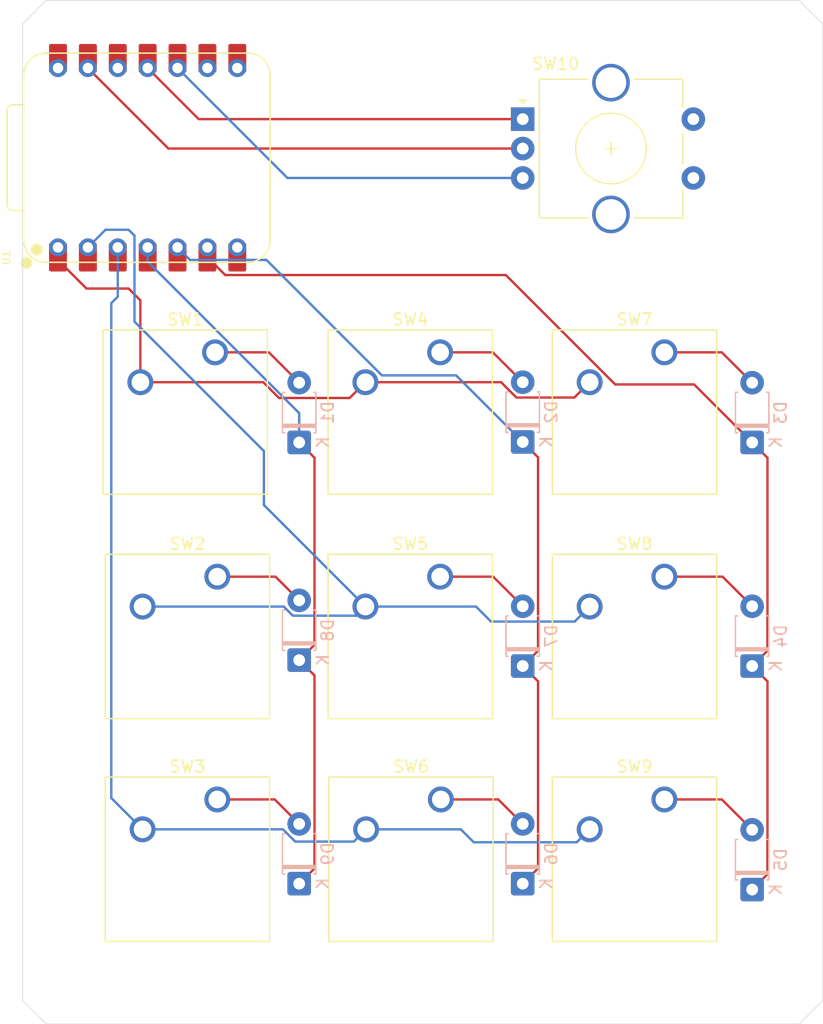
<source format=kicad_pcb>
(kicad_pcb (version 20241229) (generator "pcbnew") (generator_version "9.0")
  (layers (0 "F.Cu" signal) (2 "B.Cu" signal) (13 "F.Paste" user) (15 "B.Paste" user) (5 "F.SilkS" user "F.Silkscreen") (7 "B.SilkS" user "B.Silkscreen") (1 "F.Mask" user) (3 "B.Mask" user) (25 "Edge.Cuts" user))
  (net 0 "")
  (net 1 "Net-(D1-A)")
  (net 2 "row0")
  (net 3 "Net-(D2-A)")
  (net 4 "row1")
  (net 5 "Net-(D3-A)")
  (net 6 "row2")
  (net 7 "Net-(D4-A)")
  (net 8 "Net-(D5-A)")
  (net 9 "Net-(D6-A)")
  (net 10 "Net-(D7-A)")
  (net 11 "Net-(D8-A)")
  (net 12 "Net-(D9-A)")
  (net 13 "col0")
  (net 14 "col1")
  (net 15 "col2")
  (net 16 "Net-(U1-GPIO3{slash}MOSI)")
  (net 17 "Net-(U1-GPIO4{slash}MISO)")
  (net 18 "GND")
  (footprint "Button_Switch_Keyboard:SW_Cherry_MX_1.00u_PCB" (layer "F.Cu") (at 122.04 106.42)
    (property "Reference" "SW6" (at -2.54 -2.794 0) (layer "F.SilkS"))
    (property "Value" "SW_Push")
    (fp_line (start -9.525 -1.905) (end 4.445 -1.905) (stroke (width 0.12)) (layer "F.SilkS"))
    (fp_line (start -9.525 12.065) (end -9.525 -1.905) (stroke (width 0.12)) (layer "F.SilkS"))
    (fp_line (start 4.445 -1.905) (end 4.445 12.065) (stroke (width 0.12)) (layer "F.SilkS"))
    (fp_line (start 4.445 12.065) (end -9.525 12.065) (stroke (width 0.12)) (layer "F.SilkS"))
    (pad "" np_thru_hole circle (at -7.62 5.08) (size 1.7 1.7) (drill 1.7) (layers "*.Cu" "*.Mask"))
    (pad "" np_thru_hole circle (at -2.54 5.08) (size 4 4) (drill 4) (layers "*.Cu" "*.Mask"))
    (pad "" np_thru_hole circle (at 2.54 5.08) (size 1.7 1.7) (drill 1.7) (layers "*.Cu" "*.Mask"))
    (pad "1" thru_hole circle (at 0 0) (size 2.2 2.2) (drill 1.5) (layers "*.Cu" "*.Mask") (net 9 "Net-(D6-A)"))
    (pad "2" thru_hole circle (at -6.35 2.54) (size 2.2 2.2) (drill 1.5) (layers "*.Cu" "*.Mask") (net 15 "col2"))
  )
  (footprint "Button_Switch_Keyboard:SW_Cherry_MX_1.00u_PCB" (layer "F.Cu") (at 121.978629 87.486693)
    (property "Reference" "SW5" (at -2.54 -2.794 0) (layer "F.SilkS"))
    (property "Value" "SW_Push")
    (fp_line (start -9.525 -1.905) (end 4.445 -1.905) (stroke (width 0.12)) (layer "F.SilkS"))
    (fp_line (start -9.525 12.065) (end -9.525 -1.905) (stroke (width 0.12)) (layer "F.SilkS"))
    (fp_line (start 4.445 -1.905) (end 4.445 12.065) (stroke (width 0.12)) (layer "F.SilkS"))
    (fp_line (start 4.445 12.065) (end -9.525 12.065) (stroke (width 0.12)) (layer "F.SilkS"))
    (pad "" np_thru_hole circle (at -7.62 5.08) (size 1.7 1.7) (drill 1.7) (layers "*.Cu" "*.Mask"))
    (pad "" np_thru_hole circle (at -2.54 5.08) (size 4 4) (drill 4) (layers "*.Cu" "*.Mask"))
    (pad "" np_thru_hole circle (at 2.54 5.08) (size 1.7 1.7) (drill 1.7) (layers "*.Cu" "*.Mask"))
    (pad "1" thru_hole circle (at 0 0) (size 2.2 2.2) (drill 1.5) (layers "*.Cu" "*.Mask") (net 10 "Net-(D7-A)"))
    (pad "2" thru_hole circle (at -6.35 2.54) (size 2.2 2.2) (drill 1.5) (layers "*.Cu" "*.Mask") (net 14 "col1"))
  )
  (footprint "Button_Switch_Keyboard:SW_Cherry_MX_1.00u_PCB" (layer "F.Cu") (at 141.04 106.42)
    (property "Reference" "SW9" (at -2.54 -2.794 0) (layer "F.SilkS"))
    (property "Value" "SW_Push")
    (fp_line (start -9.525 -1.905) (end 4.445 -1.905) (stroke (width 0.12)) (layer "F.SilkS"))
    (fp_line (start -9.525 12.065) (end -9.525 -1.905) (stroke (width 0.12)) (layer "F.SilkS"))
    (fp_line (start 4.445 -1.905) (end 4.445 12.065) (stroke (width 0.12)) (layer "F.SilkS"))
    (fp_line (start 4.445 12.065) (end -9.525 12.065) (stroke (width 0.12)) (layer "F.SilkS"))
    (pad "" np_thru_hole circle (at -7.62 5.08) (size 1.7 1.7) (drill 1.7) (layers "*.Cu" "*.Mask"))
    (pad "" np_thru_hole circle (at -2.54 5.08) (size 4 4) (drill 4) (layers "*.Cu" "*.Mask"))
    (pad "" np_thru_hole circle (at 2.54 5.08) (size 1.7 1.7) (drill 1.7) (layers "*.Cu" "*.Mask"))
    (pad "1" thru_hole circle (at 0 0) (size 2.2 2.2) (drill 1.5) (layers "*.Cu" "*.Mask") (net 8 "Net-(D5-A)"))
    (pad "2" thru_hole circle (at -6.35 2.54) (size 2.2 2.2) (drill 1.5) (layers "*.Cu" "*.Mask") (net 15 "col2"))
  )
  (footprint "Button_Switch_Keyboard:SW_Cherry_MX_1.00u_PCB" (layer "F.Cu") (at 121.978629 68.42)
    (property "Reference" "SW4" (at -2.54 -2.794 0) (layer "F.SilkS"))
    (property "Value" "SW_Push")
    (fp_line (start -9.525 -1.905) (end 4.445 -1.905) (stroke (width 0.12)) (layer "F.SilkS"))
    (fp_line (start -9.525 12.065) (end -9.525 -1.905) (stroke (width 0.12)) (layer "F.SilkS"))
    (fp_line (start 4.445 -1.905) (end 4.445 12.065) (stroke (width 0.12)) (layer "F.SilkS"))
    (fp_line (start 4.445 12.065) (end -9.525 12.065) (stroke (width 0.12)) (layer "F.SilkS"))
    (pad "" np_thru_hole circle (at -7.62 5.08) (size 1.7 1.7) (drill 1.7) (layers "*.Cu" "*.Mask"))
    (pad "" np_thru_hole circle (at -2.54 5.08) (size 4 4) (drill 4) (layers "*.Cu" "*.Mask"))
    (pad "" np_thru_hole circle (at 2.54 5.08) (size 1.7 1.7) (drill 1.7) (layers "*.Cu" "*.Mask"))
    (pad "1" thru_hole circle (at 0 0) (size 2.2 2.2) (drill 1.5) (layers "*.Cu" "*.Mask") (net 3 "Net-(D2-A)"))
    (pad "2" thru_hole circle (at -6.35 2.54) (size 2.2 2.2) (drill 1.5) (layers "*.Cu" "*.Mask") (net 13 "col0"))
  )
  (footprint "Button_Switch_Keyboard:SW_Cherry_MX_1.00u_PCB" (layer "F.Cu") (at 102.85 68.42)
    (property "Reference" "SW1" (at -2.54 -2.794 0) (layer "F.SilkS"))
    (property "Value" "SW_Push")
    (fp_line (start -9.525 -1.905) (end 4.445 -1.905) (stroke (width 0.12)) (layer "F.SilkS"))
    (fp_line (start -9.525 12.065) (end -9.525 -1.905) (stroke (width 0.12)) (layer "F.SilkS"))
    (fp_line (start 4.445 -1.905) (end 4.445 12.065) (stroke (width 0.12)) (layer "F.SilkS"))
    (fp_line (start 4.445 12.065) (end -9.525 12.065) (stroke (width 0.12)) (layer "F.SilkS"))
    (pad "" np_thru_hole circle (at -7.62 5.08) (size 1.7 1.7) (drill 1.7) (layers "*.Cu" "*.Mask"))
    (pad "" np_thru_hole circle (at -2.54 5.08) (size 4 4) (drill 4) (layers "*.Cu" "*.Mask"))
    (pad "" np_thru_hole circle (at 2.54 5.08) (size 1.7 1.7) (drill 1.7) (layers "*.Cu" "*.Mask"))
    (pad "1" thru_hole circle (at 0 0) (size 2.2 2.2) (drill 1.5) (layers "*.Cu" "*.Mask") (net 1 "Net-(D1-A)"))
    (pad "2" thru_hole circle (at -6.35 2.54) (size 2.2 2.2) (drill 1.5) (layers "*.Cu" "*.Mask") (net 13 "col0"))
  )
  (footprint "Rotary_Encoder:RotaryEncoder_Alps_EC11E-Switch_Vertical_H20mm_CircularMountingHoles" (layer "F.Cu") (at 129 48.6)
    (property "Reference" "SW10" (at 2.8 -4.7 0) (layer "F.SilkS"))
    (property "Value" "RotaryEncoder_Switch")
    (fp_line (start -0.3 -1.6) (end 0.3 -1.6) (stroke (width 0.12)) (layer "F.SilkS"))
    (fp_line (start 0 -1.3) (end -0.3 -1.6) (stroke (width 0.12)) (layer "F.SilkS"))
    (fp_line (start 0.3 -1.6) (end 0 -1.3) (stroke (width 0.12)) (layer "F.SilkS"))
    (fp_line (start 1.4 -3.4) (end 1.4 8.4) (stroke (width 0.12)) (layer "F.SilkS"))
    (fp_line (start 5.5 -3.4) (end 1.4 -3.4) (stroke (width 0.12)) (layer "F.SilkS"))
    (fp_line (start 5.5 8.4) (end 1.4 8.4) (stroke (width 0.12)) (layer "F.SilkS"))
    (fp_line (start 7 2.5) (end 8 2.5) (stroke (width 0.12)) (layer "F.SilkS"))
    (fp_line (start 7.5 2) (end 7.5 3) (stroke (width 0.12)) (layer "F.SilkS"))
    (fp_line (start 9.5 -3.4) (end 13.6 -3.4) (stroke (width 0.12)) (layer "F.SilkS"))
    (fp_line (start 13.6 -3.4) (end 13.6 -1) (stroke (width 0.12)) (layer "F.SilkS"))
    (fp_line (start 13.6 1.2) (end 13.6 3.8) (stroke (width 0.12)) (layer "F.SilkS"))
    (fp_line (start 13.6 6) (end 13.6 8.4) (stroke (width 0.12)) (layer "F.SilkS"))
    (fp_line (start 13.6 8.4) (end 9.5 8.4) (stroke (width 0.12)) (layer "F.SilkS"))
    (fp_circle (center 7.5 2.5) (end 10.5 2.5) (stroke (width 0.12)) (fill no) (layer "F.SilkS"))
    (pad "A" thru_hole rect (at 0 0) (size 2 2) (drill 1) (layers "*.Cu" "*.Mask") (net 16 "Net-(U1-GPIO3{slash}MOSI)"))
    (pad "B" thru_hole circle (at 0 5) (size 2 2) (drill 1) (layers "*.Cu" "*.Mask") (net 17 "Net-(U1-GPIO4{slash}MISO)"))
    (pad "C" thru_hole circle (at 0 2.5) (size 2 2) (drill 1) (layers "*.Cu" "*.Mask") (net 18 "GND"))
    (pad "MP" thru_hole circle (at 7.5 -3.1) (size 3.2 3.2) (drill 2.6) (layers "*.Cu" "*.Mask"))
    (pad "MP" thru_hole circle (at 7.5 8.1) (size 3.2 3.2) (drill 2.6) (layers "*.Cu" "*.Mask"))
    (pad "S1" thru_hole circle (at 14.5 5) (size 2 2) (drill 1) (layers "*.Cu" "*.Mask"))
    (pad "S2" thru_hole circle (at 14.5 0) (size 2 2) (drill 1) (layers "*.Cu" "*.Mask"))
  )
  (footprint "Button_Switch_Keyboard:SW_Cherry_MX_1.00u_PCB" (layer "F.Cu") (at 141.04 68.42)
    (property "Reference" "SW7" (at -2.54 -2.794 0) (layer "F.SilkS"))
    (property "Value" "SW_Push")
    (fp_line (start -9.525 -1.905) (end 4.445 -1.905) (stroke (width 0.12)) (layer "F.SilkS"))
    (fp_line (start -9.525 12.065) (end -9.525 -1.905) (stroke (width 0.12)) (layer "F.SilkS"))
    (fp_line (start 4.445 -1.905) (end 4.445 12.065) (stroke (width 0.12)) (layer "F.SilkS"))
    (fp_line (start 4.445 12.065) (end -9.525 12.065) (stroke (width 0.12)) (layer "F.SilkS"))
    (pad "" np_thru_hole circle (at -7.62 5.08) (size 1.7 1.7) (drill 1.7) (layers "*.Cu" "*.Mask"))
    (pad "" np_thru_hole circle (at -2.54 5.08) (size 4 4) (drill 4) (layers "*.Cu" "*.Mask"))
    (pad "" np_thru_hole circle (at 2.54 5.08) (size 1.7 1.7) (drill 1.7) (layers "*.Cu" "*.Mask"))
    (pad "1" thru_hole circle (at 0 0) (size 2.2 2.2) (drill 1.5) (layers "*.Cu" "*.Mask") (net 5 "Net-(D3-A)"))
    (pad "2" thru_hole circle (at -6.35 2.54) (size 2.2 2.2) (drill 1.5) (layers "*.Cu" "*.Mask") (net 13 "col0"))
  )
  (footprint "Button_Switch_Keyboard:SW_Cherry_MX_1.00u_PCB" (layer "F.Cu") (at 103.04 87.486693)
    (property "Reference" "SW2" (at -2.54 -2.794 0) (layer "F.SilkS"))
    (property "Value" "SW_Push")
    (fp_line (start -9.525 -1.905) (end 4.445 -1.905) (stroke (width 0.12)) (layer "F.SilkS"))
    (fp_line (start -9.525 12.065) (end -9.525 -1.905) (stroke (width 0.12)) (layer "F.SilkS"))
    (fp_line (start 4.445 -1.905) (end 4.445 12.065) (stroke (width 0.12)) (layer "F.SilkS"))
    (fp_line (start 4.445 12.065) (end -9.525 12.065) (stroke (width 0.12)) (layer "F.SilkS"))
    (pad "" np_thru_hole circle (at -7.62 5.08) (size 1.7 1.7) (drill 1.7) (layers "*.Cu" "*.Mask"))
    (pad "" np_thru_hole circle (at -2.54 5.08) (size 4 4) (drill 4) (layers "*.Cu" "*.Mask"))
    (pad "" np_thru_hole circle (at 2.54 5.08) (size 1.7 1.7) (drill 1.7) (layers "*.Cu" "*.Mask"))
    (pad "1" thru_hole circle (at 0 0) (size 2.2 2.2) (drill 1.5) (layers "*.Cu" "*.Mask") (net 11 "Net-(D8-A)"))
    (pad "2" thru_hole circle (at -6.35 2.54) (size 2.2 2.2) (drill 1.5) (layers "*.Cu" "*.Mask") (net 14 "col1"))
  )
  (footprint "Button_Switch_Keyboard:SW_Cherry_MX_1.00u_PCB" (layer "F.Cu") (at 103.04 106.42)
    (property "Reference" "SW3" (at -2.54 -2.794 0) (layer "F.SilkS"))
    (property "Value" "SW_Push")
    (fp_line (start -9.525 -1.905) (end 4.445 -1.905) (stroke (width 0.12)) (layer "F.SilkS"))
    (fp_line (start -9.525 12.065) (end -9.525 -1.905) (stroke (width 0.12)) (layer "F.SilkS"))
    (fp_line (start 4.445 -1.905) (end 4.445 12.065) (stroke (width 0.12)) (layer "F.SilkS"))
    (fp_line (start 4.445 12.065) (end -9.525 12.065) (stroke (width 0.12)) (layer "F.SilkS"))
    (pad "" np_thru_hole circle (at -7.62 5.08) (size 1.7 1.7) (drill 1.7) (layers "*.Cu" "*.Mask"))
    (pad "" np_thru_hole circle (at -2.54 5.08) (size 4 4) (drill 4) (layers "*.Cu" "*.Mask"))
    (pad "" np_thru_hole circle (at 2.54 5.08) (size 1.7 1.7) (drill 1.7) (layers "*.Cu" "*.Mask"))
    (pad "1" thru_hole circle (at 0 0) (size 2.2 2.2) (drill 1.5) (layers "*.Cu" "*.Mask") (net 12 "Net-(D9-A)"))
    (pad "2" thru_hole circle (at -6.35 2.54) (size 2.2 2.2) (drill 1.5) (layers "*.Cu" "*.Mask") (net 15 "col2"))
  )
  (footprint "Button_Switch_Keyboard:SW_Cherry_MX_1.00u_PCB" (layer "F.Cu") (at 141.04 87.486693)
    (property "Reference" "SW8" (at -2.54 -2.794 0) (layer "F.SilkS"))
    (property "Value" "SW_Push")
    (fp_line (start -9.525 -1.905) (end 4.445 -1.905) (stroke (width 0.12)) (layer "F.SilkS"))
    (fp_line (start -9.525 12.065) (end -9.525 -1.905) (stroke (width 0.12)) (layer "F.SilkS"))
    (fp_line (start 4.445 -1.905) (end 4.445 12.065) (stroke (width 0.12)) (layer "F.SilkS"))
    (fp_line (start 4.445 12.065) (end -9.525 12.065) (stroke (width 0.12)) (layer "F.SilkS"))
    (pad "" np_thru_hole circle (at -7.62 5.08) (size 1.7 1.7) (drill 1.7) (layers "*.Cu" "*.Mask"))
    (pad "" np_thru_hole circle (at -2.54 5.08) (size 4 4) (drill 4) (layers "*.Cu" "*.Mask"))
    (pad "" np_thru_hole circle (at 2.54 5.08) (size 1.7 1.7) (drill 1.7) (layers "*.Cu" "*.Mask"))
    (pad "1" thru_hole circle (at 0 0) (size 2.2 2.2) (drill 1.5) (layers "*.Cu" "*.Mask") (net 7 "Net-(D4-A)"))
    (pad "2" thru_hole circle (at -6.35 2.54) (size 2.2 2.2) (drill 1.5) (layers "*.Cu" "*.Mask") (net 14 "col1"))
  )
  (footprint "temp:XIAO-RP2040-DIP" (layer "F.Cu") (at 97.12 51.88 90)
    (property "Reference" "U1" (at -8.5 -12 90) (layer "F.SilkS") (effects (font (size 0.635 0.635) (thickness 0.1016))))
    (property "Value" "XIAO-RP2040-DIP")
    (fp_line (start -3.991272 -11.951) (end 4.004 -11.951) (stroke (width 0.127)) (layer "F.SilkS"))
    (fp_line (start 4.504 -11.451) (end 4.504 -10.541) (stroke (width 0.127)) (layer "F.SilkS"))
    (fp_line (start 6.985 -10.541) (end -6.985 -10.541) (stroke (width 0.1)) (layer "F.SilkS"))
    (fp_line (start 6.985 -10.541) (end -6.985 -10.541) (stroke (width 0.127)) (layer "F.SilkS"))
    (fp_line (start -4.495 -10.541) (end -4.491272 -11.451272) (stroke (width 0.127)) (layer "F.SilkS"))
    (fp_line (start 8.89 8.509) (end 8.89 -8.636) (stroke (width 0.127)) (layer "F.SilkS"))
    (fp_line (start -8.89 8.509) (end -8.89 -8.636) (stroke (width 0.127)) (layer "F.SilkS"))
    (fp_line (start -6.985 10.414) (end 6.985 10.414) (stroke (width 0.127)) (layer "F.SilkS"))
    (fp_arc (start 4.004 -11.951) (mid 4.357553 -11.804553) (end 4.504 -11.451) (stroke (width 0.127)) (layer "F.SilkS"))
    (fp_arc (start -4.491272 -11.451272) (mid -4.344728 -11.80464) (end -3.991272 -11.951) (stroke (width 0.127)) (layer "F.SilkS"))
    (fp_arc (start 6.985 -10.541) (mid 8.332038 -9.983038) (end 8.89 -8.636) (stroke (width 0.127)) (layer "F.SilkS"))
    (fp_arc (start -8.89 -8.636) (mid -8.332038 -9.983038) (end -6.985 -10.541) (stroke (width 0.127)) (layer "F.SilkS"))
    (fp_arc (start 8.89 8.509) (mid 8.332038 9.856038) (end 6.985 10.414) (stroke (width 0.127)) (layer "F.SilkS"))
    (fp_arc (start -6.985 10.414) (mid -8.332038 9.856038) (end -8.89 8.509) (stroke (width 0.127)) (layer "F.SilkS"))
    (fp_circle (center -8.95 -10.3) (end -8.95 -10.554) (stroke (width 0.5)) (fill yes) (layer "F.SilkS"))
    (fp_circle (center -7.807 -9.42) (end -7.807 -9.674) (stroke (width 0.5)) (fill yes) (layer "F.SilkS"))
    (pad "1" smd roundrect (at -8.455 -7.62 270) (size 2.432 1.524) (layers "F.Cu" "F.Mask") (roundrect_rratio 0.1) (net 13 "col0"))
    (pad "1" thru_hole circle (at -7.62 -7.62 270) (size 1.524 1.524) (drill 0.889) (layers "*.Cu" "*.Mask") (net 13 "col0"))
    (pad "2" smd roundrect (at -8.455 -5.08 270) (size 2.432 1.524) (layers "F.Cu" "F.Mask") (roundrect_rratio 0.1) (net 14 "col1"))
    (pad "2" thru_hole circle (at -7.62 -5.08 270) (size 1.524 1.524) (drill 0.889) (layers "*.Cu" "*.Mask") (net 14 "col1"))
    (pad "3" smd roundrect (at -8.455 -2.54 270) (size 2.432 1.524) (layers "F.Cu" "F.Mask") (roundrect_rratio 0.1) (net 15 "col2"))
    (pad "3" thru_hole circle (at -7.62 -2.54 270) (size 1.524 1.524) (drill 0.889) (layers "*.Cu" "*.Mask") (net 15 "col2"))
    (pad "4" smd roundrect (at -8.455 0 270) (size 2.432 1.524) (layers "F.Cu" "F.Mask") (roundrect_rratio 0.1) (net 2 "row0"))
    (pad "4" thru_hole circle (at -7.62 0 270) (size 1.524 1.524) (drill 0.889) (layers "*.Cu" "*.Mask") (net 2 "row0"))
    (pad "5" smd roundrect (at -8.455 2.54 270) (size 2.432 1.524) (layers "F.Cu" "F.Mask") (roundrect_rratio 0.1) (net 4 "row1"))
    (pad "5" thru_hole circle (at -7.62 2.54 270) (size 1.524 1.524) (drill 0.889) (layers "*.Cu" "*.Mask") (net 4 "row1"))
    (pad "6" smd roundrect (at -8.455 5.08 270) (size 2.432 1.524) (layers "F.Cu" "F.Mask") (roundrect_rratio 0.1) (net 6 "row2"))
    (pad "6" thru_hole circle (at -7.62 5.08 270) (size 1.524 1.524) (drill 0.889) (layers "*.Cu" "*.Mask") (net 6 "row2"))
    (pad "7" smd roundrect (at -8.455 7.62 270) (size 2.432 1.524) (layers "F.Cu" "F.Mask") (roundrect_rratio 0.1))
    (pad "7" thru_hole circle (at -7.62 7.62 270) (size 1.524 1.524) (drill 0.889) (layers "*.Cu" "*.Mask"))
    (pad "8" thru_hole circle (at 7.62 7.62 90) (size 1.524 1.524) (drill 0.889) (layers "*.Cu" "*.Mask"))
    (pad "8" smd roundrect (at 8.455 7.62 90) (size 2.432 1.524) (layers "F.Cu" "F.Mask") (roundrect_rratio 0.1))
    (pad "9" thru_hole circle (at 7.62 5.08 90) (size 1.524 1.524) (drill 0.889) (layers "*.Cu" "*.Mask"))
    (pad "9" smd roundrect (at 8.455 5.08 90) (size 2.432 1.524) (layers "F.Cu" "F.Mask") (roundrect_rratio 0.1))
    (pad "10" thru_hole circle (at 7.62 2.54 90) (size 1.524 1.524) (drill 0.889) (layers "*.Cu" "*.Mask") (net 17 "Net-(U1-GPIO4{slash}MISO)"))
    (pad "10" smd roundrect (at 8.455 2.54 90) (size 2.432 1.524) (layers "F.Cu" "F.Mask") (roundrect_rratio 0.1) (net 17 "Net-(U1-GPIO4{slash}MISO)"))
    (pad "11" thru_hole circle (at 7.62 0 90) (size 1.524 1.524) (drill 0.889) (layers "*.Cu" "*.Mask") (net 16 "Net-(U1-GPIO3{slash}MOSI)"))
    (pad "11" smd roundrect (at 8.455 0 90) (size 2.432 1.524) (layers "F.Cu" "F.Mask") (roundrect_rratio 0.1) (net 16 "Net-(U1-GPIO3{slash}MOSI)"))
    (pad "12" thru_hole circle (at 7.62 -2.54 90) (size 1.524 1.524) (drill 0.889) (layers "*.Cu" "*.Mask"))
    (pad "12" smd roundrect (at 8.455 -2.54 90) (size 2.432 1.524) (layers "F.Cu" "F.Mask") (roundrect_rratio 0.1))
    (pad "13" thru_hole circle (at 7.62 -5.08 90) (size 1.524 1.524) (drill 0.889) (layers "*.Cu" "*.Mask") (net 18 "GND"))
    (pad "13" smd roundrect (at 8.455 -5.08 90) (size 2.432 1.524) (layers "F.Cu" "F.Mask") (roundrect_rratio 0.1) (net 18 "GND"))
    (pad "14" thru_hole circle (at 7.62 -7.62 90) (size 1.524 1.524) (drill 0.889) (layers "*.Cu" "*.Mask"))
    (pad "14" smd roundrect (at 8.455 -7.62 90) (size 2.432 1.524) (layers "F.Cu" "F.Mask") (roundrect_rratio 0.1))
  )
  (footprint "Diode_THT:D_T-1_P5.08mm_Horizontal" (layer "B.Cu") (at 148.5 114.08 90)
    (property "Reference" "D5" (at 2.54 2.42 90) (layer "B.SilkS") (effects (justify mirror)))
    (property "Value" "D")
    (fp_line (start 4.26 -1.42) (end 4.26 -1.24) (stroke (width 0.12)) (layer "B.SilkS"))
    (fp_line (start 0.82 -1.42) (end 4.26 -1.42) (stroke (width 0.12)) (layer "B.SilkS"))
    (fp_line (start 0.82 -1.24) (end 0.82 -1.42) (stroke (width 0.12)) (layer "B.SilkS"))
    (fp_line (start 0.82 1.24) (end 0.82 1.42) (stroke (width 0.12)) (layer "B.SilkS"))
    (fp_line (start 4.26 1.42) (end 4.26 1.24) (stroke (width 0.12)) (layer "B.SilkS"))
    (fp_line (start 1.54 1.42) (end 1.54 -1.42) (stroke (width 0.12)) (layer "B.SilkS"))
    (fp_line (start 1.42 1.42) (end 1.42 -1.42) (stroke (width 0.12)) (layer "B.SilkS"))
    (fp_line (start 1.3 1.42) (end 1.3 -1.42) (stroke (width 0.12)) (layer "B.SilkS"))
    (fp_line (start 0.82 1.42) (end 4.26 1.42) (stroke (width 0.12)) (layer "B.SilkS"))
    (fp_text user "K" (at 0 2 90) (layer "B.SilkS") (effects (justify mirror)))
    (pad "1" thru_hole roundrect (at 0 0 90) (size 2 2) (drill 1) (layers "*.Cu" "*.Mask") (roundrect_rratio 0.125) (net 6 "row2"))
    (pad "2" thru_hole circle (at 5.08 0 90) (size 2 2) (drill 1) (layers "*.Cu" "*.Mask") (net 8 "Net-(D5-A)"))
  )
  (footprint "Diode_THT:D_T-1_P5.08mm_Horizontal" (layer "B.Cu") (at 110 94.58 90)
    (property "Reference" "D8" (at 2.54 2.42 90) (layer "B.SilkS") (effects (justify mirror)))
    (property "Value" "D")
    (fp_line (start 4.26 -1.42) (end 4.26 -1.24) (stroke (width 0.12)) (layer "B.SilkS"))
    (fp_line (start 0.82 -1.42) (end 4.26 -1.42) (stroke (width 0.12)) (layer "B.SilkS"))
    (fp_line (start 0.82 -1.24) (end 0.82 -1.42) (stroke (width 0.12)) (layer "B.SilkS"))
    (fp_line (start 0.82 1.24) (end 0.82 1.42) (stroke (width 0.12)) (layer "B.SilkS"))
    (fp_line (start 4.26 1.42) (end 4.26 1.24) (stroke (width 0.12)) (layer "B.SilkS"))
    (fp_line (start 1.54 1.42) (end 1.54 -1.42) (stroke (width 0.12)) (layer "B.SilkS"))
    (fp_line (start 1.42 1.42) (end 1.42 -1.42) (stroke (width 0.12)) (layer "B.SilkS"))
    (fp_line (start 1.3 1.42) (end 1.3 -1.42) (stroke (width 0.12)) (layer "B.SilkS"))
    (fp_line (start 0.82 1.42) (end 4.26 1.42) (stroke (width 0.12)) (layer "B.SilkS"))
    (fp_text user "K" (at 0 2 90) (layer "B.SilkS") (effects (justify mirror)))
    (pad "1" thru_hole roundrect (at 0 0 90) (size 2 2) (drill 1) (layers "*.Cu" "*.Mask") (roundrect_rratio 0.125) (net 2 "row0"))
    (pad "2" thru_hole circle (at 5.08 0 90) (size 2 2) (drill 1) (layers "*.Cu" "*.Mask") (net 11 "Net-(D8-A)"))
  )
  (footprint "Diode_THT:D_T-1_P5.08mm_Horizontal" (layer "B.Cu") (at 110 113.58 90)
    (property "Reference" "D9" (at 2.54 2.42 90) (layer "B.SilkS") (effects (justify mirror)))
    (property "Value" "D")
    (fp_line (start 4.26 -1.42) (end 4.26 -1.24) (stroke (width 0.12)) (layer "B.SilkS"))
    (fp_line (start 0.82 -1.42) (end 4.26 -1.42) (stroke (width 0.12)) (layer "B.SilkS"))
    (fp_line (start 0.82 -1.24) (end 0.82 -1.42) (stroke (width 0.12)) (layer "B.SilkS"))
    (fp_line (start 0.82 1.24) (end 0.82 1.42) (stroke (width 0.12)) (layer "B.SilkS"))
    (fp_line (start 4.26 1.42) (end 4.26 1.24) (stroke (width 0.12)) (layer "B.SilkS"))
    (fp_line (start 1.54 1.42) (end 1.54 -1.42) (stroke (width 0.12)) (layer "B.SilkS"))
    (fp_line (start 1.42 1.42) (end 1.42 -1.42) (stroke (width 0.12)) (layer "B.SilkS"))
    (fp_line (start 1.3 1.42) (end 1.3 -1.42) (stroke (width 0.12)) (layer "B.SilkS"))
    (fp_line (start 0.82 1.42) (end 4.26 1.42) (stroke (width 0.12)) (layer "B.SilkS"))
    (fp_text user "K" (at 0 2 90) (layer "B.SilkS") (effects (justify mirror)))
    (pad "1" thru_hole roundrect (at 0 0 90) (size 2 2) (drill 1) (layers "*.Cu" "*.Mask") (roundrect_rratio 0.125) (net 2 "row0"))
    (pad "2" thru_hole circle (at 5.08 0 90) (size 2 2) (drill 1) (layers "*.Cu" "*.Mask") (net 12 "Net-(D9-A)"))
  )
  (footprint "Diode_THT:D_T-1_P5.08mm_Horizontal" (layer "B.Cu") (at 110 76.08 90)
    (property "Reference" "D1" (at 2.54 2.42 90) (layer "B.SilkS") (effects (justify mirror)))
    (property "Value" "D")
    (fp_line (start 4.26 -1.42) (end 4.26 -1.24) (stroke (width 0.12)) (layer "B.SilkS"))
    (fp_line (start 0.82 -1.42) (end 4.26 -1.42) (stroke (width 0.12)) (layer "B.SilkS"))
    (fp_line (start 0.82 -1.24) (end 0.82 -1.42) (stroke (width 0.12)) (layer "B.SilkS"))
    (fp_line (start 0.82 1.24) (end 0.82 1.42) (stroke (width 0.12)) (layer "B.SilkS"))
    (fp_line (start 4.26 1.42) (end 4.26 1.24) (stroke (width 0.12)) (layer "B.SilkS"))
    (fp_line (start 1.54 1.42) (end 1.54 -1.42) (stroke (width 0.12)) (layer "B.SilkS"))
    (fp_line (start 1.42 1.42) (end 1.42 -1.42) (stroke (width 0.12)) (layer "B.SilkS"))
    (fp_line (start 1.3 1.42) (end 1.3 -1.42) (stroke (width 0.12)) (layer "B.SilkS"))
    (fp_line (start 0.82 1.42) (end 4.26 1.42) (stroke (width 0.12)) (layer "B.SilkS"))
    (fp_text user "K" (at 0 2 90) (layer "B.SilkS") (effects (justify mirror)))
    (pad "1" thru_hole roundrect (at 0 0 90) (size 2 2) (drill 1) (layers "*.Cu" "*.Mask") (roundrect_rratio 0.125) (net 2 "row0"))
    (pad "2" thru_hole circle (at 5.08 0 90) (size 2 2) (drill 1) (layers "*.Cu" "*.Mask") (net 1 "Net-(D1-A)"))
  )
  (footprint "Diode_THT:D_T-1_P5.08mm_Horizontal" (layer "B.Cu") (at 148.5 76.08 90)
    (property "Reference" "D3" (at 2.54 2.42 90) (layer "B.SilkS") (effects (justify mirror)))
    (property "Value" "D")
    (fp_line (start 4.26 -1.42) (end 4.26 -1.24) (stroke (width 0.12)) (layer "B.SilkS"))
    (fp_line (start 0.82 -1.42) (end 4.26 -1.42) (stroke (width 0.12)) (layer "B.SilkS"))
    (fp_line (start 0.82 -1.24) (end 0.82 -1.42) (stroke (width 0.12)) (layer "B.SilkS"))
    (fp_line (start 0.82 1.24) (end 0.82 1.42) (stroke (width 0.12)) (layer "B.SilkS"))
    (fp_line (start 4.26 1.42) (end 4.26 1.24) (stroke (width 0.12)) (layer "B.SilkS"))
    (fp_line (start 1.54 1.42) (end 1.54 -1.42) (stroke (width 0.12)) (layer "B.SilkS"))
    (fp_line (start 1.42 1.42) (end 1.42 -1.42) (stroke (width 0.12)) (layer "B.SilkS"))
    (fp_line (start 1.3 1.42) (end 1.3 -1.42) (stroke (width 0.12)) (layer "B.SilkS"))
    (fp_line (start 0.82 1.42) (end 4.26 1.42) (stroke (width 0.12)) (layer "B.SilkS"))
    (fp_text user "K" (at 0 2 90) (layer "B.SilkS") (effects (justify mirror)))
    (pad "1" thru_hole roundrect (at 0 0 90) (size 2 2) (drill 1) (layers "*.Cu" "*.Mask") (roundrect_rratio 0.125) (net 6 "row2"))
    (pad "2" thru_hole circle (at 5.08 0 90) (size 2 2) (drill 1) (layers "*.Cu" "*.Mask") (net 5 "Net-(D3-A)"))
  )
  (footprint "Diode_THT:D_T-1_P5.08mm_Horizontal" (layer "B.Cu") (at 129 76.04 90)
    (property "Reference" "D2" (at 2.54 2.42 90) (layer "B.SilkS") (effects (justify mirror)))
    (property "Value" "D")
    (fp_line (start 4.26 -1.42) (end 4.26 -1.24) (stroke (width 0.12)) (layer "B.SilkS"))
    (fp_line (start 0.82 -1.42) (end 4.26 -1.42) (stroke (width 0.12)) (layer "B.SilkS"))
    (fp_line (start 0.82 -1.24) (end 0.82 -1.42) (stroke (width 0.12)) (layer "B.SilkS"))
    (fp_line (start 0.82 1.24) (end 0.82 1.42) (stroke (width 0.12)) (layer "B.SilkS"))
    (fp_line (start 4.26 1.42) (end 4.26 1.24) (stroke (width 0.12)) (layer "B.SilkS"))
    (fp_line (start 1.54 1.42) (end 1.54 -1.42) (stroke (width 0.12)) (layer "B.SilkS"))
    (fp_line (start 1.42 1.42) (end 1.42 -1.42) (stroke (width 0.12)) (layer "B.SilkS"))
    (fp_line (start 1.3 1.42) (end 1.3 -1.42) (stroke (width 0.12)) (layer "B.SilkS"))
    (fp_line (start 0.82 1.42) (end 4.26 1.42) (stroke (width 0.12)) (layer "B.SilkS"))
    (fp_text user "K" (at 0 2 90) (layer "B.SilkS") (effects (justify mirror)))
    (pad "1" thru_hole roundrect (at 0 0 90) (size 2 2) (drill 1) (layers "*.Cu" "*.Mask") (roundrect_rratio 0.125) (net 4 "row1"))
    (pad "2" thru_hole circle (at 5.08 0 90) (size 2 2) (drill 1) (layers "*.Cu" "*.Mask") (net 3 "Net-(D2-A)"))
  )
  (footprint "Diode_THT:D_T-1_P5.08mm_Horizontal" (layer "B.Cu") (at 129 113.58 90)
    (property "Reference" "D6" (at 2.54 2.42 90) (layer "B.SilkS") (effects (justify mirror)))
    (property "Value" "D")
    (fp_line (start 4.26 -1.42) (end 4.26 -1.24) (stroke (width 0.12)) (layer "B.SilkS"))
    (fp_line (start 0.82 -1.42) (end 4.26 -1.42) (stroke (width 0.12)) (layer "B.SilkS"))
    (fp_line (start 0.82 -1.24) (end 0.82 -1.42) (stroke (width 0.12)) (layer "B.SilkS"))
    (fp_line (start 0.82 1.24) (end 0.82 1.42) (stroke (width 0.12)) (layer "B.SilkS"))
    (fp_line (start 4.26 1.42) (end 4.26 1.24) (stroke (width 0.12)) (layer "B.SilkS"))
    (fp_line (start 1.54 1.42) (end 1.54 -1.42) (stroke (width 0.12)) (layer "B.SilkS"))
    (fp_line (start 1.42 1.42) (end 1.42 -1.42) (stroke (width 0.12)) (layer "B.SilkS"))
    (fp_line (start 1.3 1.42) (end 1.3 -1.42) (stroke (width 0.12)) (layer "B.SilkS"))
    (fp_line (start 0.82 1.42) (end 4.26 1.42) (stroke (width 0.12)) (layer "B.SilkS"))
    (fp_text user "K" (at 0 2 90) (layer "B.SilkS") (effects (justify mirror)))
    (pad "1" thru_hole roundrect (at 0 0 90) (size 2 2) (drill 1) (layers "*.Cu" "*.Mask") (roundrect_rratio 0.125) (net 4 "row1"))
    (pad "2" thru_hole circle (at 5.08 0 90) (size 2 2) (drill 1) (layers "*.Cu" "*.Mask") (net 9 "Net-(D6-A)"))
  )
  (footprint "Diode_THT:D_T-1_P5.08mm_Horizontal" (layer "B.Cu") (at 129 95.08 90)
    (property "Reference" "D7" (at 2.54 2.42 90) (layer "B.SilkS") (effects (justify mirror)))
    (property "Value" "D")
    (fp_line (start 4.26 -1.42) (end 4.26 -1.24) (stroke (width 0.12)) (layer "B.SilkS"))
    (fp_line (start 0.82 -1.42) (end 4.26 -1.42) (stroke (width 0.12)) (layer "B.SilkS"))
    (fp_line (start 0.82 -1.24) (end 0.82 -1.42) (stroke (width 0.12)) (layer "B.SilkS"))
    (fp_line (start 0.82 1.24) (end 0.82 1.42) (stroke (width 0.12)) (layer "B.SilkS"))
    (fp_line (start 4.26 1.42) (end 4.26 1.24) (stroke (width 0.12)) (layer "B.SilkS"))
    (fp_line (start 1.54 1.42) (end 1.54 -1.42) (stroke (width 0.12)) (layer "B.SilkS"))
    (fp_line (start 1.42 1.42) (end 1.42 -1.42) (stroke (width 0.12)) (layer "B.SilkS"))
    (fp_line (start 1.3 1.42) (end 1.3 -1.42) (stroke (width 0.12)) (layer "B.SilkS"))
    (fp_line (start 0.82 1.42) (end 4.26 1.42) (stroke (width 0.12)) (layer "B.SilkS"))
    (fp_text user "K" (at 0 2 90) (layer "B.SilkS") (effects (justify mirror)))
    (pad "1" thru_hole roundrect (at 0 0 90) (size 2 2) (drill 1) (layers "*.Cu" "*.Mask") (roundrect_rratio 0.125) (net 4 "row1"))
    (pad "2" thru_hole circle (at 5.08 0 90) (size 2 2) (drill 1) (layers "*.Cu" "*.Mask") (net 10 "Net-(D7-A)"))
  )
  (footprint "Diode_THT:D_T-1_P5.08mm_Horizontal" (layer "B.Cu") (at 148.5 95.08 90)
    (property "Reference" "D4" (at 2.54 2.42 90) (layer "B.SilkS") (effects (justify mirror)))
    (property "Value" "D")
    (fp_line (start 4.26 -1.42) (end 4.26 -1.24) (stroke (width 0.12)) (layer "B.SilkS"))
    (fp_line (start 0.82 -1.42) (end 4.26 -1.42) (stroke (width 0.12)) (layer "B.SilkS"))
    (fp_line (start 0.82 -1.24) (end 0.82 -1.42) (stroke (width 0.12)) (layer "B.SilkS"))
    (fp_line (start 0.82 1.24) (end 0.82 1.42) (stroke (width 0.12)) (layer "B.SilkS"))
    (fp_line (start 4.26 1.42) (end 4.26 1.24) (stroke (width 0.12)) (layer "B.SilkS"))
    (fp_line (start 1.54 1.42) (end 1.54 -1.42) (stroke (width 0.12)) (layer "B.SilkS"))
    (fp_line (start 1.42 1.42) (end 1.42 -1.42) (stroke (width 0.12)) (layer "B.SilkS"))
    (fp_line (start 1.3 1.42) (end 1.3 -1.42) (stroke (width 0.12)) (layer "B.SilkS"))
    (fp_line (start 0.82 1.42) (end 4.26 1.42) (stroke (width 0.12)) (layer "B.SilkS"))
    (fp_text user "K" (at 0 2 90) (layer "B.SilkS") (effects (justify mirror)))
    (pad "1" thru_hole roundrect (at 0 0 90) (size 2 2) (drill 1) (layers "*.Cu" "*.Mask") (roundrect_rratio 0.125) (net 6 "row2"))
    (pad "2" thru_hole circle (at 5.08 0 90) (size 2 2) (drill 1) (layers "*.Cu" "*.Mask") (net 7 "Net-(D4-A)"))
  )
  (gr_line (start 86.5 40.5) (end 86.5 123.5) (stroke (width 0.05)) (layer "Edge.Cuts"))
  (gr_line (start 88.5 38.5) (end 86.5 40.5) (stroke (width 0.05)) (layer "Edge.Cuts"))
  (gr_line (start 152.5 38.5) (end 88.5 38.5) (stroke (width 0.05)) (layer "Edge.Cuts"))
  (gr_line (start 152.5 125.5) (end 154.5 123.5) (stroke (width 0.05)) (layer "Edge.Cuts"))
  (gr_line (start 152.5 125.5) (end 88.5 125.5) (stroke (width 0.05)) (layer "Edge.Cuts"))
  (gr_line (start 152.5 38.5) (end 154.5 40.5) (stroke (width 0.05)) (layer "Edge.Cuts"))
  (gr_line (start 88.5 125.5) (end 86.5 123.5) (stroke (width 0.05)) (layer "Edge.Cuts"))
  (gr_line (start 154.5 40.5) (end 154.5 123.5) (stroke (width 0.05)) (layer "Edge.Cuts"))
  (segment (start 107.42 68.42) (end 102.85 68.42) (width 0.2) (layer "F.Cu") (net 1))
  (segment (start 110 71) (end 107.42 68.42) (width 0.2) (layer "F.Cu") (net 1))
  (segment (start 111.301 93.279) (end 111.301 77.381) (width 0.2) (layer "F.Cu") (net 2))
  (segment (start 110 94.58) (end 111.301 93.279) (width 0.2) (layer "F.Cu") (net 2))
  (segment (start 110 113.58) (end 111.301 112.279) (width 0.2) (layer "F.Cu") (net 2))
  (segment (start 111.301 77.381) (end 110 76.08) (width 0.2) (layer "F.Cu") (net 2))
  (segment (start 111.301 112.279) (end 111.301 95.881) (width 0.2) (layer "F.Cu") (net 2))
  (segment (start 111.301 95.881) (end 110 94.58) (width 0.2) (layer "F.Cu") (net 2))
  (segment (start 97.12 60.708686) (end 97.12 59.5) (width 0.2) (layer "B.Cu") (net 2))
  (segment (start 110 73.588686) (end 97.12 60.708686) (width 0.2) (layer "B.Cu") (net 2))
  (segment (start 110 76.08) (end 110 73.588686) (width 0.2) (layer "B.Cu") (net 2))
  (segment (start 126.46 68.42) (end 121.978629 68.42) (width 0.2) (layer "F.Cu") (net 3))
  (segment (start 129 70.96) (end 126.46 68.42) (width 0.2) (layer "F.Cu") (net 3))
  (segment (start 130.301 96.381) (end 129 95.08) (width 0.2) (layer "F.Cu") (net 4))
  (segment (start 130.301 112.279) (end 130.301 96.381) (width 0.2) (layer "F.Cu") (net 4))
  (segment (start 130.301 77.341) (end 129 76.04) (width 0.2) (layer "F.Cu") (net 4))
  (segment (start 129 95.08) (end 130.301 93.779) (width 0.2) (layer "F.Cu") (net 4))
  (segment (start 130.301 93.779) (end 130.301 77.341) (width 0.2) (layer "F.Cu") (net 4))
  (segment (start 129 113.58) (end 130.301 112.279) (width 0.2) (layer "F.Cu") (net 4))
  (segment (start 107.212943 60.563) (end 100.723 60.563) (width 0.2) (layer "B.Cu") (net 4))
  (segment (start 123.339686 70.379686) (end 117.029629 70.379686) (width 0.2) (layer "B.Cu") (net 4))
  (segment (start 117.029629 70.379686) (end 107.212943 60.563) (width 0.2) (layer "B.Cu") (net 4))
  (segment (start 100.723 60.563) (end 99.66 59.5) (width 0.2) (layer "B.Cu") (net 4))
  (segment (start 129 76.04) (end 123.339686 70.379686) (width 0.2) (layer "B.Cu") (net 4))
  (segment (start 141.04 68.42) (end 145.92 68.42) (width 0.2) (layer "F.Cu") (net 5))
  (segment (start 145.92 68.42) (end 148.5 71) (width 0.2) (layer "F.Cu") (net 5))
  (segment (start 148.5 95.08) (end 149.801 93.779) (width 0.2) (layer "F.Cu") (net 6))
  (segment (start 103.717 61.852) (end 102.2 60.335) (width 0.2) (layer "F.Cu") (net 6))
  (segment (start 143.569 71.149) (end 136.860314 71.149) (width 0.2) (layer "F.Cu") (net 6))
  (segment (start 148.5 114.08) (end 149.801 112.779) (width 0.2) (layer "F.Cu") (net 6))
  (segment (start 127.563314 61.852) (end 103.717 61.852) (width 0.2) (layer "F.Cu") (net 6))
  (segment (start 149.801 96.381) (end 148.5 95.08) (width 0.2) (layer "F.Cu") (net 6))
  (segment (start 149.801 77.381) (end 148.5 76.08) (width 0.2) (layer "F.Cu") (net 6))
  (segment (start 149.801 93.779) (end 149.801 77.381) (width 0.2) (layer "F.Cu") (net 6))
  (segment (start 148.5 76.08) (end 143.569 71.149) (width 0.2) (layer "F.Cu") (net 6))
  (segment (start 149.801 112.779) (end 149.801 96.381) (width 0.2) (layer "F.Cu") (net 6))
  (segment (start 136.860314 71.149) (end 127.563314 61.852) (width 0.2) (layer "F.Cu") (net 6))
  (segment (start 141.04 87.486693) (end 145.986693 87.486693) (width 0.2) (layer "F.Cu") (net 7))
  (segment (start 145.986693 87.486693) (end 148.5 90) (width 0.2) (layer "F.Cu") (net 7))
  (segment (start 145.92 106.42) (end 148.5 109) (width 0.2) (layer "F.Cu") (net 8))
  (segment (start 141.04 106.42) (end 145.92 106.42) (width 0.2) (layer "F.Cu") (net 8))
  (segment (start 122.04 106.42) (end 126.92 106.42) (width 0.2) (layer "F.Cu") (net 9))
  (segment (start 126.92 106.42) (end 129 108.5) (width 0.2) (layer "F.Cu") (net 9))
  (segment (start 126.486693 87.486693) (end 129 90) (width 0.2) (layer "F.Cu") (net 10))
  (segment (start 121.978629 87.486693) (end 126.486693 87.486693) (width 0.2) (layer "F.Cu") (net 10))
  (segment (start 110 89.5) (end 107.986693 87.486693) (width 0.2) (layer "F.Cu") (net 11))
  (segment (start 107.986693 87.486693) (end 103.04 87.486693) (width 0.2) (layer "F.Cu") (net 11))
  (segment (start 103.04 106.42) (end 107.92 106.42) (width 0.2) (layer "F.Cu") (net 12))
  (segment (start 107.92 106.42) (end 110 108.5) (width 0.2) (layer "F.Cu") (net 12))
  (segment (start 95.5 63) (end 96.5 64) (width 0.2) (layer "F.Cu") (net 13))
  (segment (start 128.461108 72.261) (end 133.389 72.261) (width 0.2) (layer "F.Cu") (net 13))
  (segment (start 89.5 60.57763) (end 91.92237 63) (width 0.2) (layer "F.Cu") (net 13))
  (segment (start 133.389 72.261) (end 134.69 70.96) (width 0.2) (layer "F.Cu") (net 13))
  (segment (start 91.92237 63) (end 95.5 63) (width 0.2) (layer "F.Cu") (net 13))
  (segment (start 114.287629 72.301) (end 108.28747 72.301) (width 0.2) (layer "F.Cu") (net 13))
  (segment (start 96.5 64) (end 96.5 70.96) (width 0.2) (layer "F.Cu") (net 13))
  (segment (start 106.94647 70.96) (end 96.5 70.96) (width 0.2) (layer "F.Cu") (net 13))
  (segment (start 89.5 59.5) (end 89.5 60.57763) (width 0.2) (layer "F.Cu") (net 13))
  (segment (start 115.628629 70.96) (end 114.287629 72.301) (width 0.2) (layer "F.Cu") (net 13))
  (segment (start 115.628629 70.96) (end 127.160108 70.96) (width 0.2) (layer "F.Cu") (net 13))
  (segment (start 127.160108 70.96) (end 128.461108 72.261) (width 0.2) (layer "F.Cu") (net 13))
  (segment (start 108.28747 72.301) (end 106.94647 70.96) (width 0.2) (layer "F.Cu") (net 13))
  (segment (start 107 81.398064) (end 115.628629 90.026693) (width 0.2) (layer "B.Cu") (net 14))
  (segment (start 133.415693 91.301) (end 134.69 90.026693) (width 0.2) (layer "B.Cu") (net 14))
  (segment (start 96 58.5) (end 96 65.80847) (width 0.2) (layer "B.Cu") (net 14))
  (segment (start 115.628629 90.026693) (end 125.026693 90.026693) (width 0.2) (layer "B.Cu") (net 14))
  (segment (start 126.301 91.301) (end 133.415693 91.301) (width 0.2) (layer "B.Cu") (net 14))
  (segment (start 107 76.80847) (end 107 81.398064) (width 0.2) (layer "B.Cu") (net 14))
  (segment (start 95.5 58) (end 96 58.5) (width 0.2) (layer "B.Cu") (net 14))
  (segment (start 96 65.80847) (end 107 76.80847) (width 0.2) (layer "B.Cu") (net 14))
  (segment (start 96.69 90.026693) (end 108.686801 90.026693) (width 0.2) (layer "B.Cu") (net 14))
  (segment (start 125.026693 90.026693) (end 126.301 91.301) (width 0.2) (layer "B.Cu") (net 14))
  (segment (start 109.461108 90.801) (end 114.854322 90.801) (width 0.2) (layer "B.Cu") (net 14))
  (segment (start 114.854322 90.801) (end 115.628629 90.026693) (width 0.2) (layer "B.Cu") (net 14))
  (segment (start 92.04 59.5) (end 93.54 58) (width 0.2) (layer "B.Cu") (net 14))
  (segment (start 93.54 58) (end 95.5 58) (width 0.2) (layer "B.Cu") (net 14))
  (segment (start 108.686801 90.026693) (end 109.461108 90.801) (width 0.2) (layer "B.Cu") (net 14))
  (segment (start 133.590001 110.059999) (end 134.69 108.96) (width 0.2) (layer "B.Cu") (net 15))
  (segment (start 115.69 108.96) (end 123.73847 108.96) (width 0.2) (layer "B.Cu") (net 15))
  (segment (start 108.620108 108.96) (end 109.660108 110) (width 0.2) (layer "B.Cu") (net 15))
  (segment (start 94.029 64.23619) (end 94.58 63.68519) (width 0.2) (layer "B.Cu") (net 15))
  (segment (start 123.73847 108.96) (end 124.838469 110.059999) (width 0.2) (layer "B.Cu") (net 15))
  (segment (start 109.660108 110) (end 114.65 110) (width 0.2) (layer "B.Cu") (net 15))
  (segment (start 114.65 110) (end 115.69 108.96) (width 0.2) (layer "B.Cu") (net 15))
  (segment (start 96.69 108.96) (end 108.620108 108.96) (width 0.2) (layer "B.Cu") (net 15))
  (segment (start 124.838469 110.059999) (end 133.590001 110.059999) (width 0.2) (layer "B.Cu") (net 15))
  (segment (start 94.029 106.299) (end 96.69 108.96) (width 0.2) (layer "B.Cu") (net 15))
  (segment (start 94.58 63.68519) (end 94.58 59.5) (width 0.2) (layer "B.Cu") (net 15))
  (segment (start 94.029 64.23619) (end 94.029 106.299) (width 0.2) (layer "B.Cu") (net 15))
  (segment (start 97.12 44.26) (end 101.46 48.6) (width 0.2) (layer "F.Cu") (net 16))
  (segment (start 101.46 48.6) (end 129 48.6) (width 0.2) (layer "F.Cu") (net 16))
  (segment (start 99.66 44.26) (end 109 53.6) (width 0.2) (layer "B.Cu") (net 17))
  (segment (start 109 53.6) (end 129 53.6) (width 0.2) (layer "B.Cu") (net 17))
  (segment (start 92.04 44.26) (end 98.88 51.1) (width 0.2) (layer "F.Cu") (net 18))
  (segment (start 98.88 51.1) (end 129 51.1) (width 0.2) (layer "F.Cu") (net 18))
)
</source>
